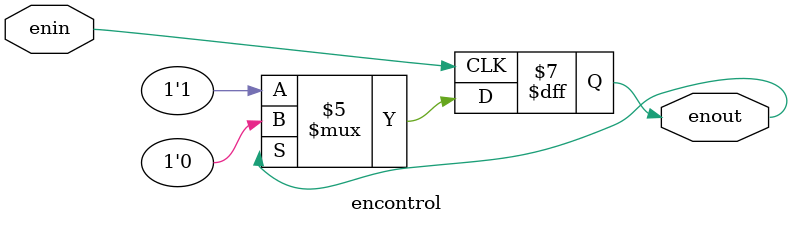
<source format=v>
module encontrol(enin, enout);
input enin;
output enout;
reg enout=0;

always@ (posedge enin)
begin
	if(enout==1)
	   enout=0;
	else
	   enout=1;
end
endmodule
</source>
